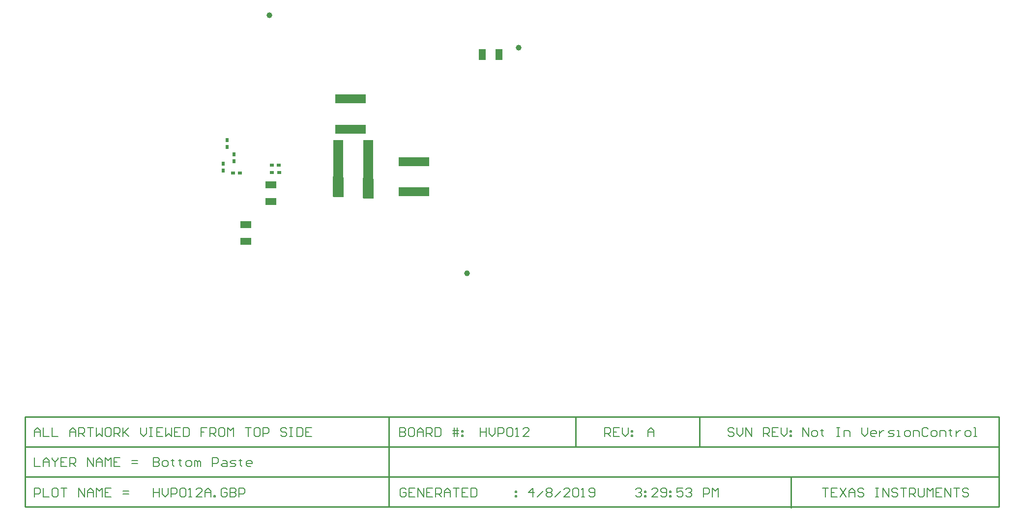
<source format=gbp>
G04*
G04 #@! TF.GenerationSoftware,Altium Limited,Altium Designer,18.1.9 (240)*
G04*
G04 Layer_Color=128*
%FSAX25Y25*%
%MOIN*%
G70*
G01*
G75*
%ADD16C,0.01000*%
%ADD17C,0.00800*%
%ADD41C,0.03937*%
%ADD44R,0.03150X0.02362*%
%ADD123R,0.07284X0.05118*%
%ADD124R,0.20866X0.06299*%
%ADD125R,0.07008X0.28780*%
%ADD126R,0.02362X0.03150*%
%ADD127R,0.05118X0.07284*%
G36*
X0256000Y0263400D02*
Y0250500D01*
X0255600Y0250100D01*
X0249300D01*
X0248500Y0250900D01*
Y0263900D01*
X0248600Y0264000D01*
X0256000Y0263400D01*
D02*
G37*
G36*
X0276400Y0262400D02*
Y0249500D01*
X0276000Y0249100D01*
X0269700D01*
X0268900Y0249900D01*
Y0262900D01*
X0269000Y0263000D01*
X0276400Y0262400D01*
D02*
G37*
G54D16*
X0497200Y0080717D02*
Y0101050D01*
X0413200Y0080717D02*
Y0101050D01*
X0040000Y0080717D02*
X0700200D01*
X0040000Y0060383D02*
X0700000D01*
X0040000Y0040050D02*
X0440500D01*
X0040050Y0101050D02*
X0700200D01*
X0040050Y0040050D02*
Y0101050D01*
Y0040050D02*
X0197600D01*
X0040000D02*
Y0101050D01*
X0286500Y0040050D02*
Y0101050D01*
X0700200Y0040050D02*
Y0101050D01*
X0440500Y0040050D02*
X0700200D01*
X0559400Y0039400D02*
Y0059683D01*
G54D17*
X0126900Y0073549D02*
Y0067551D01*
X0129899D01*
X0130899Y0068550D01*
Y0069550D01*
X0129899Y0070550D01*
X0126900D01*
X0129899D01*
X0130899Y0071549D01*
Y0072549D01*
X0129899Y0073549D01*
X0126900D01*
X0133898Y0067551D02*
X0135897D01*
X0136897Y0068550D01*
Y0070550D01*
X0135897Y0071549D01*
X0133898D01*
X0132898Y0070550D01*
Y0068550D01*
X0133898Y0067551D01*
X0139896Y0072549D02*
Y0071549D01*
X0138896D01*
X0140895D01*
X0139896D01*
Y0068550D01*
X0140895Y0067551D01*
X0144894Y0072549D02*
Y0071549D01*
X0143895D01*
X0145894D01*
X0144894D01*
Y0068550D01*
X0145894Y0067551D01*
X0149893D02*
X0151892D01*
X0152892Y0068550D01*
Y0070550D01*
X0151892Y0071549D01*
X0149893D01*
X0148893Y0070550D01*
Y0068550D01*
X0149893Y0067551D01*
X0154891D02*
Y0071549D01*
X0155891D01*
X0156890Y0070550D01*
Y0067551D01*
Y0070550D01*
X0157890Y0071549D01*
X0158890Y0070550D01*
Y0067551D01*
X0166887D02*
Y0073549D01*
X0169886D01*
X0170886Y0072549D01*
Y0070550D01*
X0169886Y0069550D01*
X0166887D01*
X0173885Y0071549D02*
X0175884D01*
X0176884Y0070550D01*
Y0067551D01*
X0173885D01*
X0172885Y0068550D01*
X0173885Y0069550D01*
X0176884D01*
X0178883Y0067551D02*
X0181882D01*
X0182882Y0068550D01*
X0181882Y0069550D01*
X0179883D01*
X0178883Y0070550D01*
X0179883Y0071549D01*
X0182882D01*
X0185881Y0072549D02*
Y0071549D01*
X0184881D01*
X0186881D01*
X0185881D01*
Y0068550D01*
X0186881Y0067551D01*
X0192879D02*
X0190879D01*
X0189880Y0068550D01*
Y0070550D01*
X0190879Y0071549D01*
X0192879D01*
X0193878Y0070550D01*
Y0069550D01*
X0189880D01*
X0567400Y0087833D02*
Y0093831D01*
X0571399Y0087833D01*
Y0093831D01*
X0574398Y0087833D02*
X0576397D01*
X0577397Y0088833D01*
Y0090832D01*
X0576397Y0091832D01*
X0574398D01*
X0573398Y0090832D01*
Y0088833D01*
X0574398Y0087833D01*
X0580396Y0092832D02*
Y0091832D01*
X0579396D01*
X0581395D01*
X0580396D01*
Y0088833D01*
X0581395Y0087833D01*
X0590393Y0093831D02*
X0592392D01*
X0591392D01*
Y0087833D01*
X0590393D01*
X0592392D01*
X0595391D02*
Y0091832D01*
X0598390D01*
X0599390Y0090832D01*
Y0087833D01*
X0607387Y0093831D02*
Y0089833D01*
X0609386Y0087833D01*
X0611386Y0089833D01*
Y0093831D01*
X0616384Y0087833D02*
X0614385D01*
X0613385Y0088833D01*
Y0090832D01*
X0614385Y0091832D01*
X0616384D01*
X0617384Y0090832D01*
Y0089833D01*
X0613385D01*
X0619383Y0091832D02*
Y0087833D01*
Y0089833D01*
X0620383Y0090832D01*
X0621383Y0091832D01*
X0622382D01*
X0625381Y0087833D02*
X0628380D01*
X0629380Y0088833D01*
X0628380Y0089833D01*
X0626381D01*
X0625381Y0090832D01*
X0626381Y0091832D01*
X0629380D01*
X0631379Y0087833D02*
X0633379D01*
X0632379D01*
Y0091832D01*
X0631379D01*
X0637377Y0087833D02*
X0639377D01*
X0640376Y0088833D01*
Y0090832D01*
X0639377Y0091832D01*
X0637377D01*
X0636378Y0090832D01*
Y0088833D01*
X0637377Y0087833D01*
X0642376D02*
Y0091832D01*
X0645375D01*
X0646374Y0090832D01*
Y0087833D01*
X0652373Y0092832D02*
X0651373Y0093831D01*
X0649373D01*
X0648374Y0092832D01*
Y0088833D01*
X0649373Y0087833D01*
X0651373D01*
X0652373Y0088833D01*
X0655372Y0087833D02*
X0657371D01*
X0658371Y0088833D01*
Y0090832D01*
X0657371Y0091832D01*
X0655372D01*
X0654372Y0090832D01*
Y0088833D01*
X0655372Y0087833D01*
X0660370D02*
Y0091832D01*
X0663369D01*
X0664369Y0090832D01*
Y0087833D01*
X0667368Y0092832D02*
Y0091832D01*
X0666368D01*
X0668367D01*
X0667368D01*
Y0088833D01*
X0668367Y0087833D01*
X0671366Y0091832D02*
Y0087833D01*
Y0089833D01*
X0672366Y0090832D01*
X0673366Y0091832D01*
X0674365D01*
X0678364Y0087833D02*
X0680364D01*
X0681363Y0088833D01*
Y0090832D01*
X0680364Y0091832D01*
X0678364D01*
X0677364Y0090832D01*
Y0088833D01*
X0678364Y0087833D01*
X0683362D02*
X0685362D01*
X0684362D01*
Y0093831D01*
X0683362D01*
X0520799Y0092832D02*
X0519799Y0093831D01*
X0517800D01*
X0516800Y0092832D01*
Y0091832D01*
X0517800Y0090832D01*
X0519799D01*
X0520799Y0089833D01*
Y0088833D01*
X0519799Y0087833D01*
X0517800D01*
X0516800Y0088833D01*
X0522798Y0093831D02*
Y0089833D01*
X0524797Y0087833D01*
X0526797Y0089833D01*
Y0093831D01*
X0528796Y0087833D02*
Y0093831D01*
X0532795Y0087833D01*
Y0093831D01*
X0540792Y0087833D02*
Y0093831D01*
X0543791D01*
X0544791Y0092832D01*
Y0090832D01*
X0543791Y0089833D01*
X0540792D01*
X0542792D02*
X0544791Y0087833D01*
X0550789Y0093831D02*
X0546790D01*
Y0087833D01*
X0550789D01*
X0546790Y0090832D02*
X0548790D01*
X0552788Y0093831D02*
Y0089833D01*
X0554788Y0087833D01*
X0556787Y0089833D01*
Y0093831D01*
X0558786Y0091832D02*
X0559786D01*
Y0090832D01*
X0558786D01*
Y0091832D01*
Y0088833D02*
X0559786D01*
Y0087833D01*
X0558786D01*
Y0088833D01*
X0433000Y0087833D02*
Y0093831D01*
X0435999D01*
X0436999Y0092832D01*
Y0090832D01*
X0435999Y0089833D01*
X0433000D01*
X0434999D02*
X0436999Y0087833D01*
X0442997Y0093831D02*
X0438998D01*
Y0087833D01*
X0442997D01*
X0438998Y0090832D02*
X0440997D01*
X0444996Y0093831D02*
Y0089833D01*
X0446995Y0087833D01*
X0448995Y0089833D01*
Y0093831D01*
X0450994Y0091832D02*
X0451994D01*
Y0090832D01*
X0450994D01*
Y0091832D01*
Y0088833D02*
X0451994D01*
Y0087833D01*
X0450994D01*
Y0088833D01*
X0126900Y0052965D02*
Y0046966D01*
Y0049966D01*
X0130899D01*
Y0052965D01*
Y0046966D01*
X0132898Y0052965D02*
Y0048966D01*
X0134897Y0046966D01*
X0136897Y0048966D01*
Y0052965D01*
X0138896Y0046966D02*
Y0052965D01*
X0141895D01*
X0142895Y0051965D01*
Y0049966D01*
X0141895Y0048966D01*
X0138896D01*
X0144894Y0051965D02*
X0145894Y0052965D01*
X0147893D01*
X0148893Y0051965D01*
Y0047966D01*
X0147893Y0046966D01*
X0145894D01*
X0144894Y0047966D01*
Y0051965D01*
X0150892Y0046966D02*
X0152892D01*
X0151892D01*
Y0052965D01*
X0150892Y0051965D01*
X0159889Y0046966D02*
X0155891D01*
X0159889Y0050965D01*
Y0051965D01*
X0158890Y0052965D01*
X0156890D01*
X0155891Y0051965D01*
X0161889Y0046966D02*
Y0050965D01*
X0163888Y0052965D01*
X0165887Y0050965D01*
Y0046966D01*
Y0049966D01*
X0161889D01*
X0167887Y0046966D02*
Y0047966D01*
X0168886D01*
Y0046966D01*
X0167887D01*
X0176884Y0051965D02*
X0175884Y0052965D01*
X0173885D01*
X0172885Y0051965D01*
Y0047966D01*
X0173885Y0046966D01*
X0175884D01*
X0176884Y0047966D01*
Y0049966D01*
X0174884D01*
X0178883Y0052965D02*
Y0046966D01*
X0181882D01*
X0182882Y0047966D01*
Y0048966D01*
X0181882Y0049966D01*
X0178883D01*
X0181882D01*
X0182882Y0050965D01*
Y0051965D01*
X0181882Y0052965D01*
X0178883D01*
X0184881Y0046966D02*
Y0052965D01*
X0187880D01*
X0188880Y0051965D01*
Y0049966D01*
X0187880Y0048966D01*
X0184881D01*
X0384149Y0046966D02*
Y0052965D01*
X0381150Y0049966D01*
X0385149D01*
X0387148Y0046966D02*
X0391147Y0050965D01*
X0393146Y0051965D02*
X0394146Y0052965D01*
X0396145D01*
X0397145Y0051965D01*
Y0050965D01*
X0396145Y0049966D01*
X0397145Y0048966D01*
Y0047966D01*
X0396145Y0046966D01*
X0394146D01*
X0393146Y0047966D01*
Y0048966D01*
X0394146Y0049966D01*
X0393146Y0050965D01*
Y0051965D01*
X0394146Y0049966D02*
X0396145D01*
X0399144Y0046966D02*
X0403143Y0050965D01*
X0409141Y0046966D02*
X0405142D01*
X0409141Y0050965D01*
Y0051965D01*
X0408141Y0052965D01*
X0406142D01*
X0405142Y0051965D01*
X0411140D02*
X0412140Y0052965D01*
X0414139D01*
X0415139Y0051965D01*
Y0047966D01*
X0414139Y0046966D01*
X0412140D01*
X0411140Y0047966D01*
Y0051965D01*
X0417138Y0046966D02*
X0419138D01*
X0418138D01*
Y0052965D01*
X0417138Y0051965D01*
X0422137Y0047966D02*
X0423136Y0046966D01*
X0425136D01*
X0426135Y0047966D01*
Y0051965D01*
X0425136Y0052965D01*
X0423136D01*
X0422137Y0051965D01*
Y0050965D01*
X0423136Y0049966D01*
X0426135D01*
X0298199Y0051965D02*
X0297199Y0052965D01*
X0295200D01*
X0294200Y0051965D01*
Y0047966D01*
X0295200Y0046966D01*
X0297199D01*
X0298199Y0047966D01*
Y0049966D01*
X0296199D01*
X0304197Y0052965D02*
X0300198D01*
Y0046966D01*
X0304197D01*
X0300198Y0049966D02*
X0302197D01*
X0306196Y0046966D02*
Y0052965D01*
X0310195Y0046966D01*
Y0052965D01*
X0316193D02*
X0312194D01*
Y0046966D01*
X0316193D01*
X0312194Y0049966D02*
X0314194D01*
X0318192Y0046966D02*
Y0052965D01*
X0321191D01*
X0322191Y0051965D01*
Y0049966D01*
X0321191Y0048966D01*
X0318192D01*
X0320192D02*
X0322191Y0046966D01*
X0324190D02*
Y0050965D01*
X0326190Y0052965D01*
X0328189Y0050965D01*
Y0046966D01*
Y0049966D01*
X0324190D01*
X0330188Y0052965D02*
X0334187D01*
X0332188D01*
Y0046966D01*
X0340185Y0052965D02*
X0336186D01*
Y0046966D01*
X0340185D01*
X0336186Y0049966D02*
X0338186D01*
X0342184Y0052965D02*
Y0046966D01*
X0345183D01*
X0346183Y0047966D01*
Y0051965D01*
X0345183Y0052965D01*
X0342184D01*
X0372175Y0050965D02*
X0373175D01*
Y0049966D01*
X0372175D01*
Y0050965D01*
Y0047966D02*
X0373175D01*
Y0046966D01*
X0372175D01*
Y0047966D01*
X0046350Y0087833D02*
Y0091832D01*
X0048349Y0093831D01*
X0050349Y0091832D01*
Y0087833D01*
Y0090832D01*
X0046350D01*
X0052348Y0093831D02*
Y0087833D01*
X0056347D01*
X0058346Y0093831D02*
Y0087833D01*
X0062345D01*
X0070342D02*
Y0091832D01*
X0072342Y0093831D01*
X0074341Y0091832D01*
Y0087833D01*
Y0090832D01*
X0070342D01*
X0076340Y0087833D02*
Y0093831D01*
X0079339D01*
X0080339Y0092832D01*
Y0090832D01*
X0079339Y0089833D01*
X0076340D01*
X0078340D02*
X0080339Y0087833D01*
X0082338Y0093831D02*
X0086337D01*
X0084338D01*
Y0087833D01*
X0088336Y0093831D02*
Y0087833D01*
X0090336Y0089833D01*
X0092335Y0087833D01*
Y0093831D01*
X0097334D02*
X0095334D01*
X0094335Y0092832D01*
Y0088833D01*
X0095334Y0087833D01*
X0097334D01*
X0098333Y0088833D01*
Y0092832D01*
X0097334Y0093831D01*
X0100332Y0087833D02*
Y0093831D01*
X0103332D01*
X0104331Y0092832D01*
Y0090832D01*
X0103332Y0089833D01*
X0100332D01*
X0102332D02*
X0104331Y0087833D01*
X0106331Y0093831D02*
Y0087833D01*
Y0089833D01*
X0110329Y0093831D01*
X0107330Y0090832D01*
X0110329Y0087833D01*
X0118327Y0093831D02*
Y0089833D01*
X0120326Y0087833D01*
X0122325Y0089833D01*
Y0093831D01*
X0124325D02*
X0126324D01*
X0125324D01*
Y0087833D01*
X0124325D01*
X0126324D01*
X0133322Y0093831D02*
X0129323D01*
Y0087833D01*
X0133322D01*
X0129323Y0090832D02*
X0131323D01*
X0135321Y0093831D02*
Y0087833D01*
X0137321Y0089833D01*
X0139320Y0087833D01*
Y0093831D01*
X0145318D02*
X0141319D01*
Y0087833D01*
X0145318D01*
X0141319Y0090832D02*
X0143319D01*
X0147317Y0093831D02*
Y0087833D01*
X0150316D01*
X0151316Y0088833D01*
Y0092832D01*
X0150316Y0093831D01*
X0147317D01*
X0163312D02*
X0159313D01*
Y0090832D01*
X0161313D01*
X0159313D01*
Y0087833D01*
X0165312D02*
Y0093831D01*
X0168310D01*
X0169310Y0092832D01*
Y0090832D01*
X0168310Y0089833D01*
X0165312D01*
X0167311D02*
X0169310Y0087833D01*
X0174309Y0093831D02*
X0172309D01*
X0171310Y0092832D01*
Y0088833D01*
X0172309Y0087833D01*
X0174309D01*
X0175308Y0088833D01*
Y0092832D01*
X0174309Y0093831D01*
X0177308Y0087833D02*
Y0093831D01*
X0179307Y0091832D01*
X0181306Y0093831D01*
Y0087833D01*
X0189304Y0093831D02*
X0193303D01*
X0191303D01*
Y0087833D01*
X0198301Y0093831D02*
X0196301D01*
X0195302Y0092832D01*
Y0088833D01*
X0196301Y0087833D01*
X0198301D01*
X0199301Y0088833D01*
Y0092832D01*
X0198301Y0093831D01*
X0201300Y0087833D02*
Y0093831D01*
X0204299D01*
X0205299Y0092832D01*
Y0090832D01*
X0204299Y0089833D01*
X0201300D01*
X0217295Y0092832D02*
X0216295Y0093831D01*
X0214296D01*
X0213296Y0092832D01*
Y0091832D01*
X0214296Y0090832D01*
X0216295D01*
X0217295Y0089833D01*
Y0088833D01*
X0216295Y0087833D01*
X0214296D01*
X0213296Y0088833D01*
X0219294Y0093831D02*
X0221293D01*
X0220294D01*
Y0087833D01*
X0219294D01*
X0221293D01*
X0224292Y0093831D02*
Y0087833D01*
X0227291D01*
X0228291Y0088833D01*
Y0092832D01*
X0227291Y0093831D01*
X0224292D01*
X0234289D02*
X0230291D01*
Y0087833D01*
X0234289D01*
X0230291Y0090832D02*
X0232290D01*
X0462150Y0087833D02*
Y0091832D01*
X0464149Y0093831D01*
X0466149Y0091832D01*
Y0087833D01*
Y0090832D01*
X0462150D01*
X0348550Y0093831D02*
Y0087833D01*
Y0090832D01*
X0352549D01*
Y0093831D01*
Y0087833D01*
X0354548Y0093831D02*
Y0089833D01*
X0356547Y0087833D01*
X0358547Y0089833D01*
Y0093831D01*
X0360546Y0087833D02*
Y0093831D01*
X0363545D01*
X0364545Y0092832D01*
Y0090832D01*
X0363545Y0089833D01*
X0360546D01*
X0366544Y0092832D02*
X0367544Y0093831D01*
X0369543D01*
X0370543Y0092832D01*
Y0088833D01*
X0369543Y0087833D01*
X0367544D01*
X0366544Y0088833D01*
Y0092832D01*
X0372542Y0087833D02*
X0374542D01*
X0373542D01*
Y0093831D01*
X0372542Y0092832D01*
X0381539Y0087833D02*
X0377541D01*
X0381539Y0091832D01*
Y0092832D01*
X0380540Y0093831D01*
X0378540D01*
X0377541Y0092832D01*
X0294000Y0093831D02*
Y0087833D01*
X0296999D01*
X0297999Y0088833D01*
Y0089833D01*
X0296999Y0090832D01*
X0294000D01*
X0296999D01*
X0297999Y0091832D01*
Y0092832D01*
X0296999Y0093831D01*
X0294000D01*
X0302997D02*
X0300998D01*
X0299998Y0092832D01*
Y0088833D01*
X0300998Y0087833D01*
X0302997D01*
X0303997Y0088833D01*
Y0092832D01*
X0302997Y0093831D01*
X0305996Y0087833D02*
Y0091832D01*
X0307996Y0093831D01*
X0309995Y0091832D01*
Y0087833D01*
Y0090832D01*
X0305996D01*
X0311994Y0087833D02*
Y0093831D01*
X0314993D01*
X0315993Y0092832D01*
Y0090832D01*
X0314993Y0089833D01*
X0311994D01*
X0313994D02*
X0315993Y0087833D01*
X0317992Y0093831D02*
Y0087833D01*
X0320991D01*
X0321991Y0088833D01*
Y0092832D01*
X0320991Y0093831D01*
X0317992D01*
X0330988Y0087833D02*
Y0093831D01*
X0332987D02*
Y0087833D01*
X0329988Y0091832D02*
X0332987D01*
X0333987D01*
X0329988Y0089833D02*
X0333987D01*
X0335986Y0091832D02*
X0336986D01*
Y0090832D01*
X0335986D01*
Y0091832D01*
Y0088833D02*
X0336986D01*
Y0087833D01*
X0335986D01*
Y0088833D01*
X0046350Y0073549D02*
Y0067551D01*
X0050349D01*
X0052348D02*
Y0071549D01*
X0054347Y0073549D01*
X0056347Y0071549D01*
Y0067551D01*
Y0070550D01*
X0052348D01*
X0058346Y0073549D02*
Y0072549D01*
X0060346Y0070550D01*
X0062345Y0072549D01*
Y0073549D01*
X0060346Y0070550D02*
Y0067551D01*
X0068343Y0073549D02*
X0064344D01*
Y0067551D01*
X0068343D01*
X0064344Y0070550D02*
X0066343D01*
X0070342Y0067551D02*
Y0073549D01*
X0073341D01*
X0074341Y0072549D01*
Y0070550D01*
X0073341Y0069550D01*
X0070342D01*
X0072342D02*
X0074341Y0067551D01*
X0082338D02*
Y0073549D01*
X0086337Y0067551D01*
Y0073549D01*
X0088336Y0067551D02*
Y0071549D01*
X0090336Y0073549D01*
X0092335Y0071549D01*
Y0067551D01*
Y0070550D01*
X0088336D01*
X0094335Y0067551D02*
Y0073549D01*
X0096334Y0071549D01*
X0098333Y0073549D01*
Y0067551D01*
X0104331Y0073549D02*
X0100332D01*
Y0067551D01*
X0104331D01*
X0100332Y0070550D02*
X0102332D01*
X0112329Y0069550D02*
X0116327D01*
X0112329Y0071549D02*
X0116327D01*
X0046350Y0046966D02*
Y0052965D01*
X0049349D01*
X0050349Y0051965D01*
Y0049966D01*
X0049349Y0048966D01*
X0046350D01*
X0052348Y0052965D02*
Y0046966D01*
X0056347D01*
X0061345Y0052965D02*
X0059346D01*
X0058346Y0051965D01*
Y0047966D01*
X0059346Y0046966D01*
X0061345D01*
X0062345Y0047966D01*
Y0051965D01*
X0061345Y0052965D01*
X0064344D02*
X0068343D01*
X0066343D01*
Y0046966D01*
X0076340D02*
Y0052965D01*
X0080339Y0046966D01*
Y0052965D01*
X0082338Y0046966D02*
Y0050965D01*
X0084338Y0052965D01*
X0086337Y0050965D01*
Y0046966D01*
Y0049966D01*
X0082338D01*
X0088336Y0046966D02*
Y0052965D01*
X0090336Y0050965D01*
X0092335Y0052965D01*
Y0046966D01*
X0098333Y0052965D02*
X0094335D01*
Y0046966D01*
X0098333D01*
X0094335Y0049966D02*
X0096334D01*
X0106331Y0048966D02*
X0110329D01*
X0106331Y0050965D02*
X0110329D01*
X0454050Y0051965D02*
X0455050Y0052965D01*
X0457049D01*
X0458049Y0051965D01*
Y0050965D01*
X0457049Y0049966D01*
X0456049D01*
X0457049D01*
X0458049Y0048966D01*
Y0047966D01*
X0457049Y0046966D01*
X0455050D01*
X0454050Y0047966D01*
X0460048Y0050965D02*
X0461048D01*
Y0049966D01*
X0460048D01*
Y0050965D01*
Y0047966D02*
X0461048D01*
Y0046966D01*
X0460048D01*
Y0047966D01*
X0469045Y0046966D02*
X0465046D01*
X0469045Y0050965D01*
Y0051965D01*
X0468046Y0052965D01*
X0466046D01*
X0465046Y0051965D01*
X0471044Y0047966D02*
X0472044Y0046966D01*
X0474044D01*
X0475043Y0047966D01*
Y0051965D01*
X0474044Y0052965D01*
X0472044D01*
X0471044Y0051965D01*
Y0050965D01*
X0472044Y0049966D01*
X0475043D01*
X0477043Y0050965D02*
X0478042D01*
Y0049966D01*
X0477043D01*
Y0050965D01*
Y0047966D02*
X0478042D01*
Y0046966D01*
X0477043D01*
Y0047966D01*
X0486040Y0052965D02*
X0482041D01*
Y0049966D01*
X0484040Y0050965D01*
X0485040D01*
X0486040Y0049966D01*
Y0047966D01*
X0485040Y0046966D01*
X0483041D01*
X0482041Y0047966D01*
X0488039Y0051965D02*
X0489039Y0052965D01*
X0491038D01*
X0492038Y0051965D01*
Y0050965D01*
X0491038Y0049966D01*
X0490038D01*
X0491038D01*
X0492038Y0048966D01*
Y0047966D01*
X0491038Y0046966D01*
X0489039D01*
X0488039Y0047966D01*
X0500035Y0046966D02*
Y0052965D01*
X0503034D01*
X0504034Y0051965D01*
Y0049966D01*
X0503034Y0048966D01*
X0500035D01*
X0506033Y0046966D02*
Y0052965D01*
X0508033Y0050965D01*
X0510032Y0052965D01*
Y0046966D01*
X0580500Y0052965D02*
X0584499D01*
X0582499D01*
Y0046966D01*
X0590497Y0052965D02*
X0586498D01*
Y0046966D01*
X0590497D01*
X0586498Y0049966D02*
X0588497D01*
X0592496Y0052965D02*
X0596495Y0046966D01*
Y0052965D02*
X0592496Y0046966D01*
X0598494D02*
Y0050965D01*
X0600493Y0052965D01*
X0602493Y0050965D01*
Y0046966D01*
Y0049966D01*
X0598494D01*
X0608491Y0051965D02*
X0607491Y0052965D01*
X0605492D01*
X0604492Y0051965D01*
Y0050965D01*
X0605492Y0049966D01*
X0607491D01*
X0608491Y0048966D01*
Y0047966D01*
X0607491Y0046966D01*
X0605492D01*
X0604492Y0047966D01*
X0616488Y0052965D02*
X0618488D01*
X0617488D01*
Y0046966D01*
X0616488D01*
X0618488D01*
X0621487D02*
Y0052965D01*
X0625486Y0046966D01*
Y0052965D01*
X0631484Y0051965D02*
X0630484Y0052965D01*
X0628484D01*
X0627485Y0051965D01*
Y0050965D01*
X0628484Y0049966D01*
X0630484D01*
X0631484Y0048966D01*
Y0047966D01*
X0630484Y0046966D01*
X0628484D01*
X0627485Y0047966D01*
X0633483Y0052965D02*
X0637482D01*
X0635482D01*
Y0046966D01*
X0639481D02*
Y0052965D01*
X0642480D01*
X0643480Y0051965D01*
Y0049966D01*
X0642480Y0048966D01*
X0639481D01*
X0641480D02*
X0643480Y0046966D01*
X0645479Y0052965D02*
Y0047966D01*
X0646479Y0046966D01*
X0648478D01*
X0649478Y0047966D01*
Y0052965D01*
X0651477Y0046966D02*
Y0052965D01*
X0653476Y0050965D01*
X0655476Y0052965D01*
Y0046966D01*
X0661474Y0052965D02*
X0657475D01*
Y0046966D01*
X0661474D01*
X0657475Y0049966D02*
X0659474D01*
X0663473Y0046966D02*
Y0052965D01*
X0667472Y0046966D01*
Y0052965D01*
X0669471D02*
X0673470D01*
X0671471D01*
Y0046966D01*
X0679468Y0051965D02*
X0678468Y0052965D01*
X0676469D01*
X0675469Y0051965D01*
Y0050965D01*
X0676469Y0049966D01*
X0678468D01*
X0679468Y0048966D01*
Y0047966D01*
X0678468Y0046966D01*
X0676469D01*
X0675469Y0047966D01*
G54D41*
X0205700Y0373600D02*
D03*
X0374700Y0351400D02*
D03*
X0339500Y0198500D02*
D03*
G54D44*
X0211962Y0271700D02*
D03*
X0207238D02*
D03*
X0207438Y0266700D02*
D03*
X0212162D02*
D03*
X0180838Y0266500D02*
D03*
X0185562D02*
D03*
G54D123*
X0206600Y0258609D02*
D03*
Y0247191D02*
D03*
X0189600Y0219991D02*
D03*
Y0231409D02*
D03*
G54D124*
X0260500Y0316736D02*
D03*
Y0296264D02*
D03*
X0303700Y0253664D02*
D03*
Y0274136D02*
D03*
G54D125*
X0252242Y0274400D02*
D03*
X0272557D02*
D03*
G54D126*
X0174300Y0272962D02*
D03*
Y0268238D02*
D03*
X0181700Y0279062D02*
D03*
Y0274338D02*
D03*
X0177100Y0288962D02*
D03*
Y0284238D02*
D03*
G54D127*
X0349991Y0346900D02*
D03*
X0361409D02*
D03*
M02*

</source>
